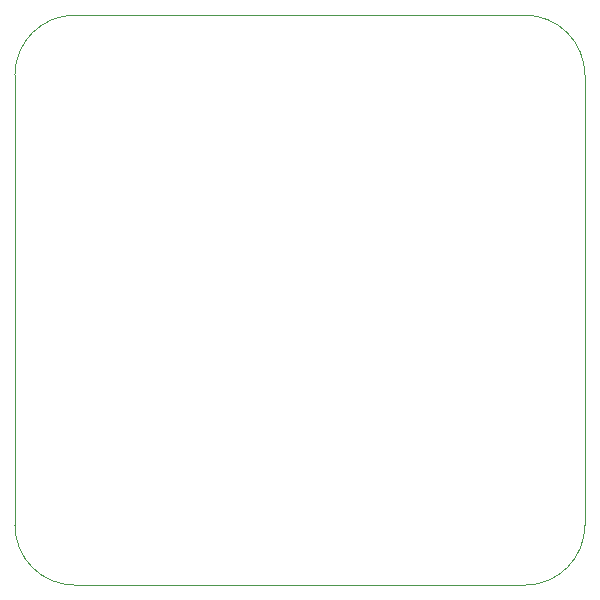
<source format=gbr>
%TF.GenerationSoftware,KiCad,Pcbnew,7.0.5*%
%TF.CreationDate,2024-12-02T20:01:48-05:00*%
%TF.ProjectId,eddie_bldc,65646469-655f-4626-9c64-632e6b696361,rev?*%
%TF.SameCoordinates,Original*%
%TF.FileFunction,Profile,NP*%
%FSLAX46Y46*%
G04 Gerber Fmt 4.6, Leading zero omitted, Abs format (unit mm)*
G04 Created by KiCad (PCBNEW 7.0.5) date 2024-12-02 20:01:48*
%MOMM*%
%LPD*%
G01*
G04 APERTURE LIST*
%TA.AperFunction,Profile*%
%ADD10C,0.100000*%
%TD*%
G04 APERTURE END LIST*
D10*
X60960000Y-55880000D02*
X60960000Y-17780000D01*
X17780000Y-60960000D02*
X55880000Y-60960000D01*
X12700000Y-55880000D02*
G75*
G03*
X17780000Y-60960000I5080000J0D01*
G01*
X60960000Y-17780000D02*
G75*
G03*
X55880000Y-12700000I-5080000J0D01*
G01*
X17780000Y-12700000D02*
G75*
G03*
X12700000Y-17780000I0J-5080000D01*
G01*
X55880000Y-12700000D02*
X17780000Y-12700000D01*
X55880000Y-60960000D02*
G75*
G03*
X60960000Y-55880000I0J5080000D01*
G01*
X12700000Y-17780000D02*
X12700000Y-55880000D01*
M02*

</source>
